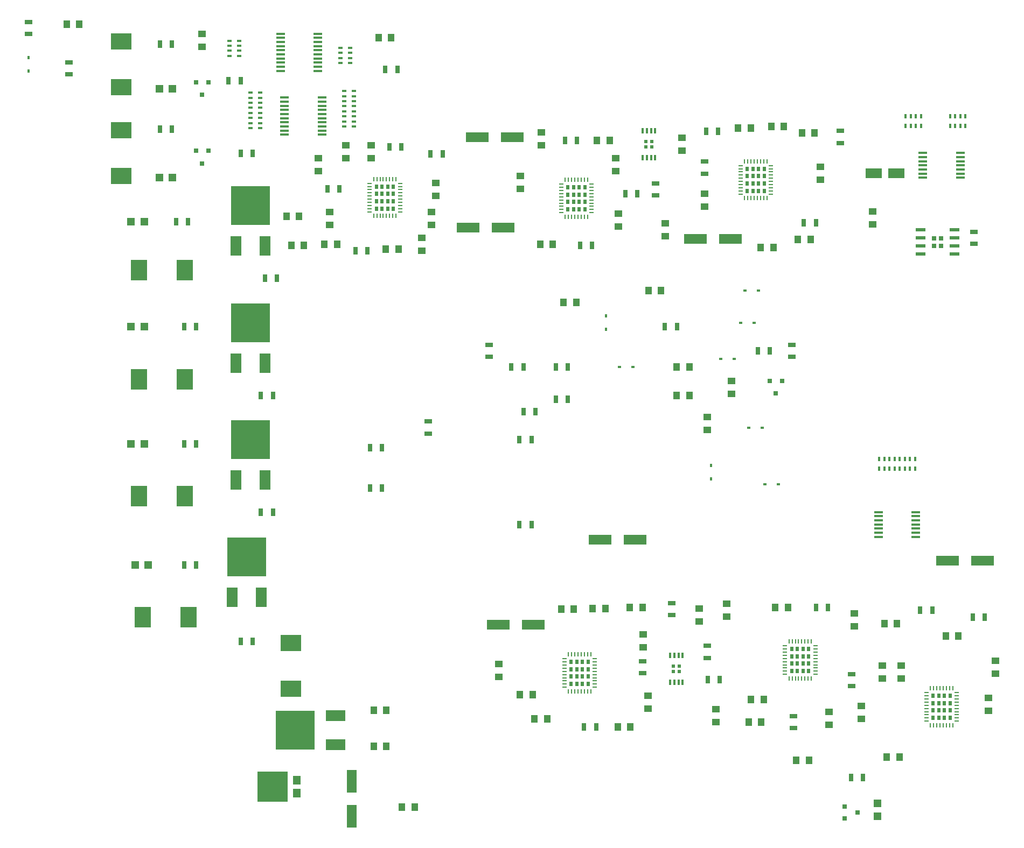
<source format=gtp>
G04 #@! TF.FileFunction,Paste,Top*
%FSLAX46Y46*%
G04 Gerber Fmt 4.6, Leading zero omitted, Abs format (unit mm)*
G04 Created by KiCad (PCBNEW 4.0.1-stable) date Friday, April 08, 2016 'AMt' 02:22:46 AM*
%MOMM*%
G01*
G04 APERTURE LIST*
%ADD10C,0.020000*%
%ADD11R,1.000000X1.250000*%
%ADD12R,1.600200X3.599180*%
%ADD13R,1.250000X1.000000*%
%ADD14R,3.599180X1.600200*%
%ADD15R,2.600960X1.600200*%
%ADD16R,1.198880X1.198880*%
%ADD17R,1.270000X1.400000*%
%ADD18R,4.800000X4.720000*%
%ADD19R,3.200000X2.600000*%
%ADD20R,0.450000X0.590000*%
%ADD21R,2.600000X3.200000*%
%ADD22R,0.590000X0.450000*%
%ADD23R,0.800100X0.800100*%
%ADD24R,1.651000X3.048000*%
%ADD25R,6.096000X6.096000*%
%ADD26R,0.700000X1.300000*%
%ADD27R,1.300000X0.700000*%
%ADD28R,0.762000X0.431800*%
%ADD29R,0.431800X0.762000*%
%ADD30R,3.048000X1.651000*%
%ADD31R,1.450000X0.450000*%
%ADD32R,0.700000X0.250000*%
%ADD33R,0.250000X0.700000*%
%ADD34R,0.540000X0.690000*%
%ADD35R,0.420000X0.890000*%
%ADD36R,0.564000X0.504000*%
%ADD37R,1.550000X0.600000*%
%ADD38R,0.705000X0.705000*%
G04 APERTURE END LIST*
D10*
D11*
X127270000Y-149479000D03*
X129270000Y-149479000D03*
X122825000Y-134239000D03*
X124825000Y-134239000D03*
D12*
X119380000Y-145458180D03*
X119380000Y-150959820D03*
D11*
X122825000Y-139954000D03*
X124825000Y-139954000D03*
D13*
X95885000Y-29829000D03*
X95885000Y-27829000D03*
D11*
X76565000Y-26289000D03*
X74565000Y-26289000D03*
D13*
X161290000Y-58150000D03*
X161290000Y-56150000D03*
X132588000Y-51324000D03*
X132588000Y-53324000D03*
X193040000Y-48784000D03*
X193040000Y-50784000D03*
X171323000Y-46212000D03*
X171323000Y-44212000D03*
X149225000Y-45323000D03*
X149225000Y-43323000D03*
D14*
X143212820Y-58293000D03*
X137711180Y-58293000D03*
D13*
X168656000Y-57674000D03*
X168656000Y-59674000D03*
D11*
X150987000Y-60960000D03*
X148987000Y-60960000D03*
D14*
X178899820Y-60071000D03*
X173398180Y-60071000D03*
D11*
X191500000Y-60198000D03*
X189500000Y-60198000D03*
D13*
X122428000Y-47355000D03*
X122428000Y-45355000D03*
X145923000Y-52181000D03*
X145923000Y-50181000D03*
D11*
X180102000Y-42672000D03*
X182102000Y-42672000D03*
D13*
X174879000Y-54975000D03*
X174879000Y-52975000D03*
D11*
X159940000Y-44640500D03*
X157940000Y-44640500D03*
D13*
X130429000Y-61960000D03*
X130429000Y-59960000D03*
D11*
X187309000Y-42418000D03*
X185309000Y-42418000D03*
X183658000Y-61468000D03*
X185658000Y-61468000D03*
D13*
X131953000Y-57896000D03*
X131953000Y-55896000D03*
X114173000Y-49387000D03*
X114173000Y-47387000D03*
X160909000Y-49387000D03*
X160909000Y-47387000D03*
D11*
X111871000Y-61087000D03*
X109871000Y-61087000D03*
D14*
X139108180Y-44069000D03*
X144609820Y-44069000D03*
D11*
X126730000Y-61722000D03*
X124730000Y-61722000D03*
D13*
X118491000Y-47355000D03*
X118491000Y-45355000D03*
X115951000Y-57896000D03*
X115951000Y-55896000D03*
D11*
X109109000Y-56515000D03*
X111109000Y-56515000D03*
X117078000Y-60960000D03*
X115078000Y-60960000D03*
X148098000Y-135636000D03*
X150098000Y-135636000D03*
X192135000Y-43434000D03*
X190135000Y-43434000D03*
D13*
X201295000Y-57769000D03*
X201295000Y-55769000D03*
D11*
X154670000Y-70104000D03*
X152670000Y-70104000D03*
D13*
X179070000Y-82439000D03*
X179070000Y-84439000D03*
D11*
X170450000Y-80264000D03*
X172450000Y-80264000D03*
D13*
X175260000Y-90154000D03*
X175260000Y-88154000D03*
D11*
X170450000Y-84709000D03*
X172450000Y-84709000D03*
X154289000Y-118364000D03*
X152289000Y-118364000D03*
X166005000Y-68199000D03*
X168005000Y-68199000D03*
D15*
X205000860Y-49784000D03*
X201399140Y-49784000D03*
D13*
X176657000Y-134128000D03*
X176657000Y-136128000D03*
X194437000Y-134509000D03*
X194437000Y-136509000D03*
D14*
X163913820Y-107442000D03*
X158412180Y-107442000D03*
D13*
X178308000Y-119491000D03*
X178308000Y-117491000D03*
D11*
X145812000Y-131826000D03*
X147812000Y-131826000D03*
X161179000Y-136906000D03*
X163179000Y-136906000D03*
D13*
X165989000Y-131969000D03*
X165989000Y-133969000D03*
D14*
X142410180Y-120777000D03*
X147911820Y-120777000D03*
D13*
X199517000Y-135620000D03*
X199517000Y-133620000D03*
X198374000Y-119015000D03*
X198374000Y-121015000D03*
D11*
X184134000Y-132588000D03*
X182134000Y-132588000D03*
X187944000Y-118110000D03*
X185944000Y-118110000D03*
X183753000Y-136144000D03*
X181753000Y-136144000D03*
D13*
X165227000Y-122317000D03*
X165227000Y-124317000D03*
D11*
X165084000Y-118110000D03*
X163084000Y-118110000D03*
X157242000Y-118237000D03*
X159242000Y-118237000D03*
X203470000Y-141605000D03*
X205470000Y-141605000D03*
X125587000Y-28448000D03*
X123587000Y-28448000D03*
D13*
X173990000Y-120253000D03*
X173990000Y-118253000D03*
X219456000Y-132350000D03*
X219456000Y-134350000D03*
D14*
X213022180Y-110744000D03*
X218523820Y-110744000D03*
D11*
X203089000Y-120650000D03*
X205089000Y-120650000D03*
D13*
X205740000Y-129270000D03*
X205740000Y-127270000D03*
X220599000Y-126508000D03*
X220599000Y-128508000D03*
X202819000Y-129270000D03*
X202819000Y-127270000D03*
D11*
X214741000Y-122555000D03*
X212741000Y-122555000D03*
X191246000Y-142113000D03*
X189246000Y-142113000D03*
D13*
X142494000Y-129016000D03*
X142494000Y-127016000D03*
D16*
X201994000Y-150973020D03*
X201994000Y-148874980D03*
D17*
X110715000Y-145264000D03*
D18*
X106910000Y-146304000D03*
D17*
X110715000Y-147344000D03*
D19*
X109855000Y-123654000D03*
X109855000Y-130854000D03*
D20*
X68580000Y-31584000D03*
X68580000Y-33694000D03*
D16*
X85310980Y-111379000D03*
X87409020Y-111379000D03*
X84675980Y-92329000D03*
X86774020Y-92329000D03*
D21*
X93135000Y-100584000D03*
X85935000Y-100584000D03*
X93770000Y-119634000D03*
X86570000Y-119634000D03*
D16*
X84675980Y-57404000D03*
X86774020Y-57404000D03*
X84675980Y-73914000D03*
X86774020Y-73914000D03*
D21*
X93135000Y-82169000D03*
X85935000Y-82169000D03*
X93135000Y-65024000D03*
X85935000Y-65024000D03*
D16*
X89120980Y-50419000D03*
X91219020Y-50419000D03*
X89120980Y-36449000D03*
X91219020Y-36449000D03*
D19*
X83185000Y-43009000D03*
X83185000Y-50209000D03*
X83185000Y-29039000D03*
X83185000Y-36239000D03*
D22*
X180555000Y-73279000D03*
X182665000Y-73279000D03*
D20*
X159385000Y-74334000D03*
X159385000Y-72224000D03*
D22*
X181190000Y-68199000D03*
X183300000Y-68199000D03*
X183935000Y-89789000D03*
X181825000Y-89789000D03*
X184365000Y-98679000D03*
X186475000Y-98679000D03*
D20*
X175895000Y-97829000D03*
X175895000Y-95719000D03*
D22*
X177380000Y-78994000D03*
X179490000Y-78994000D03*
X163615000Y-80264000D03*
X161505000Y-80264000D03*
D23*
X196865240Y-149418000D03*
X196865240Y-151318000D03*
X198864220Y-150368000D03*
D24*
X100584000Y-116459000D03*
D25*
X102870000Y-110109000D03*
D24*
X105156000Y-116459000D03*
X101219000Y-98044000D03*
D25*
X103505000Y-91694000D03*
D24*
X105791000Y-98044000D03*
X101219000Y-79629000D03*
D25*
X103505000Y-73279000D03*
D24*
X105791000Y-79629000D03*
X101219000Y-61214000D03*
D25*
X103505000Y-54864000D03*
D24*
X105791000Y-61214000D03*
D23*
X96835000Y-46243240D03*
X94935000Y-46243240D03*
X95885000Y-48242220D03*
X96835000Y-35448240D03*
X94935000Y-35448240D03*
X95885000Y-37447220D03*
D26*
X197868000Y-144844000D03*
X199768000Y-144844000D03*
D27*
X74930000Y-34224000D03*
X74930000Y-32324000D03*
X68580000Y-25974000D03*
X68580000Y-27874000D03*
D26*
X133665000Y-46736000D03*
X131765000Y-46736000D03*
D27*
X174879000Y-49845000D03*
X174879000Y-47945000D03*
D26*
X154810000Y-44640500D03*
X152910000Y-44640500D03*
X176972000Y-43180000D03*
X175072000Y-43180000D03*
X155260000Y-61087000D03*
X157160000Y-61087000D03*
X190439000Y-57531000D03*
X192339000Y-57531000D03*
X117472000Y-52260500D03*
X115572000Y-52260500D03*
X164272000Y-52959000D03*
X162372000Y-52959000D03*
D27*
X167132000Y-53274000D03*
X167132000Y-51374000D03*
D26*
X125288000Y-45593000D03*
X127188000Y-45593000D03*
X121854000Y-61976000D03*
X119954000Y-61976000D03*
D27*
X196215000Y-43119000D03*
X196215000Y-45019000D03*
D26*
X147635000Y-105029000D03*
X145735000Y-105029000D03*
D27*
X217170000Y-58994000D03*
X217170000Y-60894000D03*
X131445000Y-88839000D03*
X131445000Y-90739000D03*
D26*
X103820000Y-123444000D03*
X101920000Y-123444000D03*
X106995000Y-103124000D03*
X105095000Y-103124000D03*
X94930000Y-111379000D03*
X93030000Y-111379000D03*
X94930000Y-92329000D03*
X93030000Y-92329000D03*
X107630000Y-66294000D03*
X105730000Y-66294000D03*
X106995000Y-84709000D03*
X105095000Y-84709000D03*
X93660000Y-57404000D03*
X91760000Y-57404000D03*
X94930000Y-73914000D03*
X93030000Y-73914000D03*
X101915000Y-35179000D03*
X100015000Y-35179000D03*
X103820000Y-46609000D03*
X101920000Y-46609000D03*
X89220000Y-42799000D03*
X91120000Y-42799000D03*
X89220000Y-29464000D03*
X91120000Y-29464000D03*
X122240000Y-99314000D03*
X124140000Y-99314000D03*
X144465000Y-80264000D03*
X146365000Y-80264000D03*
X151450000Y-85344000D03*
X153350000Y-85344000D03*
X122240000Y-92964000D03*
X124140000Y-92964000D03*
X145735000Y-91694000D03*
X147635000Y-91694000D03*
X146370000Y-87249000D03*
X148270000Y-87249000D03*
X168595000Y-73914000D03*
X170495000Y-73914000D03*
X151450000Y-80264000D03*
X153350000Y-80264000D03*
D27*
X140970000Y-78674000D03*
X140970000Y-76774000D03*
D26*
X183200000Y-77724000D03*
X185100000Y-77724000D03*
D27*
X188595000Y-76774000D03*
X188595000Y-78674000D03*
X197993000Y-130490000D03*
X197993000Y-128590000D03*
X165100000Y-128458000D03*
X165100000Y-126558000D03*
X188849000Y-135194000D03*
X188849000Y-137094000D03*
D26*
X192344000Y-118110000D03*
X194244000Y-118110000D03*
X155895000Y-136906000D03*
X157795000Y-136906000D03*
D27*
X169672000Y-119314000D03*
X169672000Y-117414000D03*
D26*
X218882000Y-119634000D03*
X216982000Y-119634000D03*
D27*
X175260000Y-126045000D03*
X175260000Y-124145000D03*
D26*
X177226000Y-129413000D03*
X175326000Y-129413000D03*
X126553000Y-33401000D03*
X124653000Y-33401000D03*
X210627000Y-118491000D03*
X208727000Y-118491000D03*
D28*
X117602000Y-30843220D03*
X119126000Y-30843220D03*
X117602000Y-31640780D03*
X119126000Y-31640780D03*
X117602000Y-30043120D03*
X117602000Y-32440880D03*
X119126000Y-32440880D03*
X119126000Y-30043120D03*
X101727000Y-30497780D03*
X100203000Y-30497780D03*
X101727000Y-29700220D03*
X100203000Y-29700220D03*
X101727000Y-31297880D03*
X101727000Y-28900120D03*
X100203000Y-28900120D03*
X100203000Y-31297880D03*
D29*
X205503780Y-94742000D03*
X205503780Y-96266000D03*
X204706220Y-94742000D03*
X204706220Y-96266000D03*
X206303880Y-94742000D03*
X203906120Y-94742000D03*
X203906120Y-96266000D03*
X206303880Y-96266000D03*
X203106020Y-94742000D03*
X202305920Y-94742000D03*
X207904080Y-94742000D03*
X207103980Y-94742000D03*
X207103980Y-96266000D03*
X207904080Y-96266000D03*
X202305920Y-96266000D03*
X203106020Y-96266000D03*
X207246220Y-42291000D03*
X207246220Y-40767000D03*
X208043780Y-42291000D03*
X208043780Y-40767000D03*
X206446120Y-42291000D03*
X208843880Y-42291000D03*
X208843880Y-40767000D03*
X206446120Y-40767000D03*
X214231220Y-42291000D03*
X214231220Y-40767000D03*
X215028780Y-42291000D03*
X215028780Y-40767000D03*
X213431120Y-42291000D03*
X215828880Y-42291000D03*
X215828880Y-40767000D03*
X213431120Y-40767000D03*
D30*
X116840000Y-139700000D03*
D25*
X110490000Y-137414000D03*
D30*
X116840000Y-135128000D03*
D31*
X108175000Y-27809000D03*
X108175000Y-28459000D03*
X108175000Y-29109000D03*
X108175000Y-29759000D03*
X108175000Y-30409000D03*
X108175000Y-31059000D03*
X108175000Y-31709000D03*
X108175000Y-32359000D03*
X108175000Y-33009000D03*
X108175000Y-33659000D03*
X114075000Y-33659000D03*
X114075000Y-33009000D03*
X114075000Y-32359000D03*
X114075000Y-31709000D03*
X114075000Y-31059000D03*
X114075000Y-30409000D03*
X114075000Y-29759000D03*
X114075000Y-29109000D03*
X114075000Y-28459000D03*
X114075000Y-27809000D03*
D32*
X157086000Y-55971000D03*
X157086000Y-55471000D03*
X157086000Y-54971000D03*
X157086000Y-54471000D03*
X157086000Y-53971000D03*
X157086000Y-53471000D03*
X157086000Y-52971000D03*
X157086000Y-52471000D03*
X157086000Y-51971000D03*
X157086000Y-51471000D03*
D33*
X156436000Y-50821000D03*
X155936000Y-50821000D03*
X155436000Y-50821000D03*
X154936000Y-50821000D03*
X154436000Y-50821000D03*
X153936000Y-50821000D03*
X153436000Y-50821000D03*
X152936000Y-50821000D03*
D32*
X152286000Y-51471000D03*
X152286000Y-51971000D03*
X152286000Y-52471000D03*
X152286000Y-52971000D03*
X152286000Y-53471000D03*
X152286000Y-53971000D03*
X152286000Y-54471000D03*
X152286000Y-54971000D03*
X152286000Y-55471000D03*
X152286000Y-55971000D03*
D33*
X152936000Y-56621000D03*
X153436000Y-56621000D03*
X153936000Y-56621000D03*
X154436000Y-56621000D03*
X154936000Y-56621000D03*
X155436000Y-56621000D03*
X155936000Y-56621000D03*
X156436000Y-56621000D03*
D34*
X153336000Y-51996000D03*
X153336000Y-53146000D03*
X153336000Y-54296000D03*
X153336000Y-55446000D03*
X154236000Y-51996000D03*
X154236000Y-53146000D03*
X154236000Y-54296000D03*
X154236000Y-55446000D03*
X155136000Y-51996000D03*
X155136000Y-53146000D03*
X155136000Y-54296000D03*
X155136000Y-55446000D03*
X156036000Y-51996000D03*
X156036000Y-53146000D03*
X156036000Y-54296000D03*
X156036000Y-55446000D03*
D32*
X185280000Y-53050000D03*
X185280000Y-52550000D03*
X185280000Y-52050000D03*
X185280000Y-51550000D03*
X185280000Y-51050000D03*
X185280000Y-50550000D03*
X185280000Y-50050000D03*
X185280000Y-49550000D03*
X185280000Y-49050000D03*
X185280000Y-48550000D03*
D33*
X184630000Y-47900000D03*
X184130000Y-47900000D03*
X183630000Y-47900000D03*
X183130000Y-47900000D03*
X182630000Y-47900000D03*
X182130000Y-47900000D03*
X181630000Y-47900000D03*
X181130000Y-47900000D03*
D32*
X180480000Y-48550000D03*
X180480000Y-49050000D03*
X180480000Y-49550000D03*
X180480000Y-50050000D03*
X180480000Y-50550000D03*
X180480000Y-51050000D03*
X180480000Y-51550000D03*
X180480000Y-52050000D03*
X180480000Y-52550000D03*
X180480000Y-53050000D03*
D33*
X181130000Y-53700000D03*
X181630000Y-53700000D03*
X182130000Y-53700000D03*
X182630000Y-53700000D03*
X183130000Y-53700000D03*
X183630000Y-53700000D03*
X184130000Y-53700000D03*
X184630000Y-53700000D03*
D34*
X181530000Y-49075000D03*
X181530000Y-50225000D03*
X181530000Y-51375000D03*
X181530000Y-52525000D03*
X182430000Y-49075000D03*
X182430000Y-50225000D03*
X182430000Y-51375000D03*
X182430000Y-52525000D03*
X183330000Y-49075000D03*
X183330000Y-50225000D03*
X183330000Y-51375000D03*
X183330000Y-52525000D03*
X184230000Y-49075000D03*
X184230000Y-50225000D03*
X184230000Y-51375000D03*
X184230000Y-52525000D03*
D35*
X165141000Y-47317000D03*
X165791000Y-47317000D03*
X166441000Y-47317000D03*
X167091000Y-47317000D03*
X167091000Y-43107000D03*
X166441000Y-43107000D03*
X165791000Y-43107000D03*
X165141000Y-43107000D03*
D36*
X166586000Y-44792000D03*
X165646000Y-44792000D03*
X166586000Y-45632000D03*
X165646000Y-45632000D03*
D32*
X126987000Y-55844000D03*
X126987000Y-55344000D03*
X126987000Y-54844000D03*
X126987000Y-54344000D03*
X126987000Y-53844000D03*
X126987000Y-53344000D03*
X126987000Y-52844000D03*
X126987000Y-52344000D03*
X126987000Y-51844000D03*
X126987000Y-51344000D03*
D33*
X126337000Y-50694000D03*
X125837000Y-50694000D03*
X125337000Y-50694000D03*
X124837000Y-50694000D03*
X124337000Y-50694000D03*
X123837000Y-50694000D03*
X123337000Y-50694000D03*
X122837000Y-50694000D03*
D32*
X122187000Y-51344000D03*
X122187000Y-51844000D03*
X122187000Y-52344000D03*
X122187000Y-52844000D03*
X122187000Y-53344000D03*
X122187000Y-53844000D03*
X122187000Y-54344000D03*
X122187000Y-54844000D03*
X122187000Y-55344000D03*
X122187000Y-55844000D03*
D33*
X122837000Y-56494000D03*
X123337000Y-56494000D03*
X123837000Y-56494000D03*
X124337000Y-56494000D03*
X124837000Y-56494000D03*
X125337000Y-56494000D03*
X125837000Y-56494000D03*
X126337000Y-56494000D03*
D34*
X123237000Y-51869000D03*
X123237000Y-53019000D03*
X123237000Y-54169000D03*
X123237000Y-55319000D03*
X124137000Y-51869000D03*
X124137000Y-53019000D03*
X124137000Y-54169000D03*
X124137000Y-55319000D03*
X125037000Y-51869000D03*
X125037000Y-53019000D03*
X125037000Y-54169000D03*
X125037000Y-55319000D03*
X125937000Y-51869000D03*
X125937000Y-53019000D03*
X125937000Y-54169000D03*
X125937000Y-55319000D03*
D37*
X208755000Y-58674000D03*
X208755000Y-59944000D03*
X208755000Y-61214000D03*
X208755000Y-62484000D03*
X214155000Y-62484000D03*
X214155000Y-61214000D03*
X214155000Y-59944000D03*
X214155000Y-58674000D03*
D38*
X212042500Y-61166500D03*
X212042500Y-59991500D03*
X210867500Y-61166500D03*
X210867500Y-59991500D03*
D31*
X202155000Y-103079000D03*
X202155000Y-103729000D03*
X202155000Y-104379000D03*
X202155000Y-105029000D03*
X202155000Y-105679000D03*
X202155000Y-106329000D03*
X202155000Y-106979000D03*
X208055000Y-106979000D03*
X208055000Y-106329000D03*
X208055000Y-105679000D03*
X208055000Y-105029000D03*
X208055000Y-104379000D03*
X208055000Y-103729000D03*
X208055000Y-103079000D03*
X209140000Y-46564000D03*
X209140000Y-47214000D03*
X209140000Y-47864000D03*
X209140000Y-48514000D03*
X209140000Y-49164000D03*
X209140000Y-49814000D03*
X209140000Y-50464000D03*
X215040000Y-50464000D03*
X215040000Y-49814000D03*
X215040000Y-49164000D03*
X215040000Y-48514000D03*
X215040000Y-47864000D03*
X215040000Y-47214000D03*
X215040000Y-46564000D03*
D23*
X187005000Y-82438240D03*
X185105000Y-82438240D03*
X186055000Y-84437220D03*
D32*
X187465000Y-124115000D03*
X187465000Y-124615000D03*
X187465000Y-125115000D03*
X187465000Y-125615000D03*
X187465000Y-126115000D03*
X187465000Y-126615000D03*
X187465000Y-127115000D03*
X187465000Y-127615000D03*
X187465000Y-128115000D03*
X187465000Y-128615000D03*
D33*
X188115000Y-129265000D03*
X188615000Y-129265000D03*
X189115000Y-129265000D03*
X189615000Y-129265000D03*
X190115000Y-129265000D03*
X190615000Y-129265000D03*
X191115000Y-129265000D03*
X191615000Y-129265000D03*
D32*
X192265000Y-128615000D03*
X192265000Y-128115000D03*
X192265000Y-127615000D03*
X192265000Y-127115000D03*
X192265000Y-126615000D03*
X192265000Y-126115000D03*
X192265000Y-125615000D03*
X192265000Y-125115000D03*
X192265000Y-124615000D03*
X192265000Y-124115000D03*
D33*
X191615000Y-123465000D03*
X191115000Y-123465000D03*
X190615000Y-123465000D03*
X190115000Y-123465000D03*
X189615000Y-123465000D03*
X189115000Y-123465000D03*
X188615000Y-123465000D03*
X188115000Y-123465000D03*
D34*
X191215000Y-128090000D03*
X191215000Y-126940000D03*
X191215000Y-125790000D03*
X191215000Y-124640000D03*
X190315000Y-128090000D03*
X190315000Y-126940000D03*
X190315000Y-125790000D03*
X190315000Y-124640000D03*
X189415000Y-128090000D03*
X189415000Y-126940000D03*
X189415000Y-125790000D03*
X189415000Y-124640000D03*
X188515000Y-128090000D03*
X188515000Y-126940000D03*
X188515000Y-125790000D03*
X188515000Y-124640000D03*
D32*
X152794000Y-126147000D03*
X152794000Y-126647000D03*
X152794000Y-127147000D03*
X152794000Y-127647000D03*
X152794000Y-128147000D03*
X152794000Y-128647000D03*
X152794000Y-129147000D03*
X152794000Y-129647000D03*
X152794000Y-130147000D03*
X152794000Y-130647000D03*
D33*
X153444000Y-131297000D03*
X153944000Y-131297000D03*
X154444000Y-131297000D03*
X154944000Y-131297000D03*
X155444000Y-131297000D03*
X155944000Y-131297000D03*
X156444000Y-131297000D03*
X156944000Y-131297000D03*
D32*
X157594000Y-130647000D03*
X157594000Y-130147000D03*
X157594000Y-129647000D03*
X157594000Y-129147000D03*
X157594000Y-128647000D03*
X157594000Y-128147000D03*
X157594000Y-127647000D03*
X157594000Y-127147000D03*
X157594000Y-126647000D03*
X157594000Y-126147000D03*
D33*
X156944000Y-125497000D03*
X156444000Y-125497000D03*
X155944000Y-125497000D03*
X155444000Y-125497000D03*
X154944000Y-125497000D03*
X154444000Y-125497000D03*
X153944000Y-125497000D03*
X153444000Y-125497000D03*
D34*
X156544000Y-130122000D03*
X156544000Y-128972000D03*
X156544000Y-127822000D03*
X156544000Y-126672000D03*
X155644000Y-130122000D03*
X155644000Y-128972000D03*
X155644000Y-127822000D03*
X155644000Y-126672000D03*
X154744000Y-130122000D03*
X154744000Y-128972000D03*
X154744000Y-127822000D03*
X154744000Y-126672000D03*
X153844000Y-130122000D03*
X153844000Y-128972000D03*
X153844000Y-127822000D03*
X153844000Y-126672000D03*
D35*
X171409000Y-125657000D03*
X170759000Y-125657000D03*
X170109000Y-125657000D03*
X169459000Y-125657000D03*
X169459000Y-129867000D03*
X170109000Y-129867000D03*
X170759000Y-129867000D03*
X171409000Y-129867000D03*
D36*
X169964000Y-128182000D03*
X170904000Y-128182000D03*
X169964000Y-127342000D03*
X170904000Y-127342000D03*
D32*
X209690000Y-131481000D03*
X209690000Y-131981000D03*
X209690000Y-132481000D03*
X209690000Y-132981000D03*
X209690000Y-133481000D03*
X209690000Y-133981000D03*
X209690000Y-134481000D03*
X209690000Y-134981000D03*
X209690000Y-135481000D03*
X209690000Y-135981000D03*
D33*
X210340000Y-136631000D03*
X210840000Y-136631000D03*
X211340000Y-136631000D03*
X211840000Y-136631000D03*
X212340000Y-136631000D03*
X212840000Y-136631000D03*
X213340000Y-136631000D03*
X213840000Y-136631000D03*
D32*
X214490000Y-135981000D03*
X214490000Y-135481000D03*
X214490000Y-134981000D03*
X214490000Y-134481000D03*
X214490000Y-133981000D03*
X214490000Y-133481000D03*
X214490000Y-132981000D03*
X214490000Y-132481000D03*
X214490000Y-131981000D03*
X214490000Y-131481000D03*
D33*
X213840000Y-130831000D03*
X213340000Y-130831000D03*
X212840000Y-130831000D03*
X212340000Y-130831000D03*
X211840000Y-130831000D03*
X211340000Y-130831000D03*
X210840000Y-130831000D03*
X210340000Y-130831000D03*
D34*
X213440000Y-135456000D03*
X213440000Y-134306000D03*
X213440000Y-133156000D03*
X213440000Y-132006000D03*
X212540000Y-135456000D03*
X212540000Y-134306000D03*
X212540000Y-133156000D03*
X212540000Y-132006000D03*
X211640000Y-135456000D03*
X211640000Y-134306000D03*
X211640000Y-133156000D03*
X211640000Y-132006000D03*
X210740000Y-135456000D03*
X210740000Y-134306000D03*
X210740000Y-133156000D03*
X210740000Y-132006000D03*
D31*
X108810000Y-37842000D03*
X108810000Y-38492000D03*
X108810000Y-39142000D03*
X108810000Y-39792000D03*
X108810000Y-40442000D03*
X108810000Y-41092000D03*
X108810000Y-41742000D03*
X108810000Y-42392000D03*
X108810000Y-43042000D03*
X108810000Y-43692000D03*
X114710000Y-43692000D03*
X114710000Y-43042000D03*
X114710000Y-42392000D03*
X114710000Y-41742000D03*
X114710000Y-41092000D03*
X114710000Y-40442000D03*
X114710000Y-39792000D03*
X114710000Y-39142000D03*
X114710000Y-38492000D03*
X114710000Y-37842000D03*
D28*
X105029000Y-40276780D03*
X103505000Y-40276780D03*
X105029000Y-39479220D03*
X103505000Y-39479220D03*
X105029000Y-41076880D03*
X105029000Y-38679120D03*
X103505000Y-38679120D03*
X103505000Y-41076880D03*
X105029000Y-37879020D03*
X105029000Y-37078920D03*
X105029000Y-42677080D03*
X105029000Y-41876980D03*
X103505000Y-41876980D03*
X103505000Y-42677080D03*
X103505000Y-37078920D03*
X103505000Y-37879020D03*
X118237000Y-39225220D03*
X119761000Y-39225220D03*
X118237000Y-40022780D03*
X119761000Y-40022780D03*
X118237000Y-38425120D03*
X118237000Y-40822880D03*
X119761000Y-40822880D03*
X119761000Y-38425120D03*
X118237000Y-41622980D03*
X118237000Y-42423080D03*
X118237000Y-36824920D03*
X118237000Y-37625020D03*
X119761000Y-37625020D03*
X119761000Y-36824920D03*
X119761000Y-42423080D03*
X119761000Y-41622980D03*
M02*

</source>
